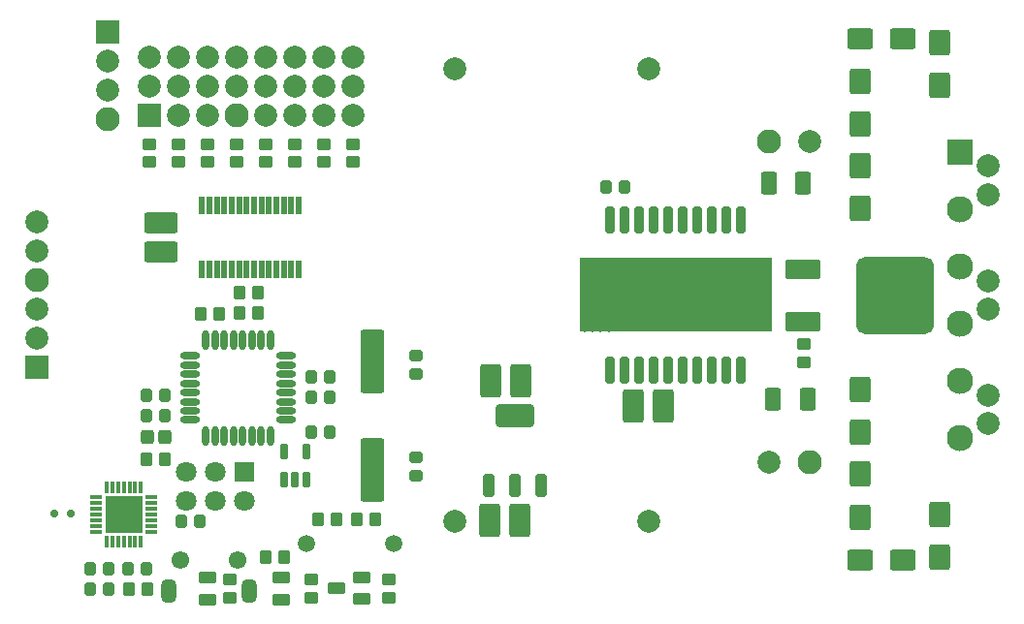
<source format=gbs>
G04 Layer_Color=16711935*
%FSLAX43Y43*%
%MOMM*%
G71*
G01*
G75*
%ADD27C,1.500*%
%ADD30C,0.800*%
%ADD75C,2.000*%
%ADD76C,0.100*%
%ADD77C,1.550*%
G04:AMPARAMS|DCode=78|XSize=2mm|YSize=1.3mm|CornerRadius=0.41mm|HoleSize=0mm|Usage=FLASHONLY|Rotation=270.000|XOffset=0mm|YOffset=0mm|HoleType=Round|Shape=RoundedRectangle|*
%AMROUNDEDRECTD78*
21,1,2.000,0.480,0,0,270.0*
21,1,1.180,1.300,0,0,270.0*
1,1,0.820,-0.240,-0.590*
1,1,0.820,-0.240,0.590*
1,1,0.820,0.240,0.590*
1,1,0.820,0.240,-0.590*
%
%ADD78ROUNDEDRECTD78*%
%ADD79R,2.000X2.000*%
%ADD80C,2.103*%
%ADD81C,2.300*%
%ADD82R,2.300X2.300*%
%ADD83R,2.000X2.000*%
%ADD84C,1.800*%
%ADD85R,1.800X1.800*%
G04:AMPARAMS|DCode=86|XSize=1.01mm|YSize=1.56mm|CornerRadius=0.164mm|HoleSize=0mm|Usage=FLASHONLY|Rotation=90.000|XOffset=0mm|YOffset=0mm|HoleType=Round|Shape=RoundedRectangle|*
%AMROUNDEDRECTD86*
21,1,1.010,1.232,0,0,90.0*
21,1,0.683,1.560,0,0,90.0*
1,1,0.328,0.616,0.341*
1,1,0.328,0.616,-0.341*
1,1,0.328,-0.616,-0.341*
1,1,0.328,-0.616,0.341*
%
%ADD86ROUNDEDRECTD86*%
G04:AMPARAMS|DCode=87|XSize=1.04mm|YSize=1.13mm|CornerRadius=0.168mm|HoleSize=0mm|Usage=FLASHONLY|Rotation=180.000|XOffset=0mm|YOffset=0mm|HoleType=Round|Shape=RoundedRectangle|*
%AMROUNDEDRECTD87*
21,1,1.040,0.795,0,0,180.0*
21,1,0.705,1.130,0,0,180.0*
1,1,0.335,-0.352,0.398*
1,1,0.335,0.352,0.398*
1,1,0.335,0.352,-0.398*
1,1,0.335,-0.352,-0.398*
%
%ADD87ROUNDEDRECTD87*%
G04:AMPARAMS|DCode=88|XSize=0.6mm|YSize=0.6mm|CornerRadius=0.113mm|HoleSize=0mm|Usage=FLASHONLY|Rotation=180.000|XOffset=0mm|YOffset=0mm|HoleType=Round|Shape=RoundedRectangle|*
%AMROUNDEDRECTD88*
21,1,0.600,0.375,0,0,180.0*
21,1,0.375,0.600,0,0,180.0*
1,1,0.225,-0.188,0.188*
1,1,0.225,0.188,0.188*
1,1,0.225,0.188,-0.188*
1,1,0.225,-0.188,-0.188*
%
%ADD88ROUNDEDRECTD88*%
G04:AMPARAMS|DCode=89|XSize=0.36mm|YSize=1.09mm|CornerRadius=0.083mm|HoleSize=0mm|Usage=FLASHONLY|Rotation=0.000|XOffset=0mm|YOffset=0mm|HoleType=Round|Shape=RoundedRectangle|*
%AMROUNDEDRECTD89*
21,1,0.360,0.925,0,0,0.0*
21,1,0.195,1.090,0,0,0.0*
1,1,0.165,0.098,-0.463*
1,1,0.165,-0.098,-0.463*
1,1,0.165,-0.098,0.463*
1,1,0.165,0.098,0.463*
%
%ADD89ROUNDEDRECTD89*%
G04:AMPARAMS|DCode=90|XSize=0.36mm|YSize=1.09mm|CornerRadius=0.083mm|HoleSize=0mm|Usage=FLASHONLY|Rotation=90.000|XOffset=0mm|YOffset=0mm|HoleType=Round|Shape=RoundedRectangle|*
%AMROUNDEDRECTD90*
21,1,0.360,0.925,0,0,90.0*
21,1,0.195,1.090,0,0,90.0*
1,1,0.165,0.463,0.098*
1,1,0.165,0.463,-0.098*
1,1,0.165,-0.463,-0.098*
1,1,0.165,-0.463,0.098*
%
%ADD90ROUNDEDRECTD90*%
%ADD91R,3.230X3.230*%
%ADD92O,0.650X1.750*%
%ADD93O,1.750X0.650*%
G04:AMPARAMS|DCode=94|XSize=1.02mm|YSize=1.18mm|CornerRadius=0.165mm|HoleSize=0mm|Usage=FLASHONLY|Rotation=180.000|XOffset=0mm|YOffset=0mm|HoleType=Round|Shape=RoundedRectangle|*
%AMROUNDEDRECTD94*
21,1,1.020,0.850,0,0,180.0*
21,1,0.690,1.180,0,0,180.0*
1,1,0.330,-0.345,0.425*
1,1,0.330,0.345,0.425*
1,1,0.330,0.345,-0.425*
1,1,0.330,-0.345,-0.425*
%
%ADD94ROUNDEDRECTD94*%
G04:AMPARAMS|DCode=95|XSize=1.02mm|YSize=1.18mm|CornerRadius=0.165mm|HoleSize=0mm|Usage=FLASHONLY|Rotation=270.000|XOffset=0mm|YOffset=0mm|HoleType=Round|Shape=RoundedRectangle|*
%AMROUNDEDRECTD95*
21,1,1.020,0.850,0,0,270.0*
21,1,0.690,1.180,0,0,270.0*
1,1,0.330,-0.425,-0.345*
1,1,0.330,-0.425,0.345*
1,1,0.330,0.425,0.345*
1,1,0.330,0.425,-0.345*
%
%ADD95ROUNDEDRECTD95*%
G04:AMPARAMS|DCode=96|XSize=1.04mm|YSize=1.13mm|CornerRadius=0.168mm|HoleSize=0mm|Usage=FLASHONLY|Rotation=90.000|XOffset=0mm|YOffset=0mm|HoleType=Round|Shape=RoundedRectangle|*
%AMROUNDEDRECTD96*
21,1,1.040,0.795,0,0,90.0*
21,1,0.705,1.130,0,0,90.0*
1,1,0.335,0.398,0.352*
1,1,0.335,0.398,-0.352*
1,1,0.335,-0.398,-0.352*
1,1,0.335,-0.398,0.352*
%
%ADD96ROUNDEDRECTD96*%
G04:AMPARAMS|DCode=97|XSize=0.71mm|YSize=1.36mm|CornerRadius=0.126mm|HoleSize=0mm|Usage=FLASHONLY|Rotation=0.000|XOffset=0mm|YOffset=0mm|HoleType=Round|Shape=RoundedRectangle|*
%AMROUNDEDRECTD97*
21,1,0.710,1.107,0,0,0.0*
21,1,0.458,1.360,0,0,0.0*
1,1,0.253,0.229,-0.554*
1,1,0.253,-0.229,-0.554*
1,1,0.253,-0.229,0.554*
1,1,0.253,0.229,0.554*
%
%ADD97ROUNDEDRECTD97*%
G04:AMPARAMS|DCode=98|XSize=1.07mm|YSize=1.95mm|CornerRadius=0.171mm|HoleSize=0mm|Usage=FLASHONLY|Rotation=180.000|XOffset=0mm|YOffset=0mm|HoleType=Round|Shape=RoundedRectangle|*
%AMROUNDEDRECTD98*
21,1,1.070,1.607,0,0,180.0*
21,1,0.728,1.950,0,0,180.0*
1,1,0.343,-0.364,0.804*
1,1,0.343,0.364,0.804*
1,1,0.343,0.364,-0.804*
1,1,0.343,-0.364,-0.804*
%
%ADD98ROUNDEDRECTD98*%
G04:AMPARAMS|DCode=99|XSize=3.37mm|YSize=1.95mm|CornerRadius=0.281mm|HoleSize=0mm|Usage=FLASHONLY|Rotation=180.000|XOffset=0mm|YOffset=0mm|HoleType=Round|Shape=RoundedRectangle|*
%AMROUNDEDRECTD99*
21,1,3.370,1.387,0,0,180.0*
21,1,2.808,1.950,0,0,180.0*
1,1,0.563,-1.404,0.694*
1,1,0.563,1.404,0.694*
1,1,0.563,1.404,-0.694*
1,1,0.563,-1.404,-0.694*
%
%ADD99ROUNDEDRECTD99*%
G04:AMPARAMS|DCode=100|XSize=1.86mm|YSize=2.92mm|CornerRadius=0.27mm|HoleSize=0mm|Usage=FLASHONLY|Rotation=180.000|XOffset=0mm|YOffset=0mm|HoleType=Round|Shape=RoundedRectangle|*
%AMROUNDEDRECTD100*
21,1,1.860,2.380,0,0,180.0*
21,1,1.320,2.920,0,0,180.0*
1,1,0.540,-0.660,1.190*
1,1,0.540,0.660,1.190*
1,1,0.540,0.660,-1.190*
1,1,0.540,-0.660,-1.190*
%
%ADD100ROUNDEDRECTD100*%
G04:AMPARAMS|DCode=101|XSize=1.15mm|YSize=1.17mm|CornerRadius=0.181mm|HoleSize=0mm|Usage=FLASHONLY|Rotation=180.000|XOffset=0mm|YOffset=0mm|HoleType=Round|Shape=RoundedRectangle|*
%AMROUNDEDRECTD101*
21,1,1.150,0.808,0,0,180.0*
21,1,0.787,1.170,0,0,180.0*
1,1,0.362,-0.394,0.404*
1,1,0.362,0.394,0.404*
1,1,0.362,0.394,-0.404*
1,1,0.362,-0.394,-0.404*
%
%ADD101ROUNDEDRECTD101*%
G04:AMPARAMS|DCode=102|XSize=1.38mm|YSize=1.97mm|CornerRadius=0.21mm|HoleSize=0mm|Usage=FLASHONLY|Rotation=180.000|XOffset=0mm|YOffset=0mm|HoleType=Round|Shape=RoundedRectangle|*
%AMROUNDEDRECTD102*
21,1,1.380,1.550,0,0,180.0*
21,1,0.960,1.970,0,0,180.0*
1,1,0.420,-0.480,0.775*
1,1,0.420,0.480,0.775*
1,1,0.420,0.480,-0.775*
1,1,0.420,-0.480,-0.775*
%
%ADD102ROUNDEDRECTD102*%
G04:AMPARAMS|DCode=103|XSize=1.84mm|YSize=2.27mm|CornerRadius=0.268mm|HoleSize=0mm|Usage=FLASHONLY|Rotation=180.000|XOffset=0mm|YOffset=0mm|HoleType=Round|Shape=RoundedRectangle|*
%AMROUNDEDRECTD103*
21,1,1.840,1.735,0,0,180.0*
21,1,1.305,2.270,0,0,180.0*
1,1,0.535,-0.652,0.868*
1,1,0.535,0.652,0.868*
1,1,0.535,0.652,-0.868*
1,1,0.535,-0.652,-0.868*
%
%ADD103ROUNDEDRECTD103*%
G04:AMPARAMS|DCode=104|XSize=1.84mm|YSize=2.27mm|CornerRadius=0.268mm|HoleSize=0mm|Usage=FLASHONLY|Rotation=270.000|XOffset=0mm|YOffset=0mm|HoleType=Round|Shape=RoundedRectangle|*
%AMROUNDEDRECTD104*
21,1,1.840,1.735,0,0,270.0*
21,1,1.305,2.270,0,0,270.0*
1,1,0.535,-0.868,-0.652*
1,1,0.535,-0.868,0.652*
1,1,0.535,0.868,0.652*
1,1,0.535,0.868,-0.652*
%
%ADD104ROUNDEDRECTD104*%
G04:AMPARAMS|DCode=105|XSize=1.86mm|YSize=2.92mm|CornerRadius=0.27mm|HoleSize=0mm|Usage=FLASHONLY|Rotation=270.000|XOffset=0mm|YOffset=0mm|HoleType=Round|Shape=RoundedRectangle|*
%AMROUNDEDRECTD105*
21,1,1.860,2.380,0,0,270.0*
21,1,1.320,2.920,0,0,270.0*
1,1,0.540,-1.190,-0.660*
1,1,0.540,-1.190,0.660*
1,1,0.540,1.190,0.660*
1,1,0.540,1.190,-0.660*
%
%ADD105ROUNDEDRECTD105*%
G04:AMPARAMS|DCode=106|XSize=1.57mm|YSize=0.51mm|CornerRadius=0.101mm|HoleSize=0mm|Usage=FLASHONLY|Rotation=270.000|XOffset=0mm|YOffset=0mm|HoleType=Round|Shape=RoundedRectangle|*
%AMROUNDEDRECTD106*
21,1,1.570,0.308,0,0,270.0*
21,1,1.367,0.510,0,0,270.0*
1,1,0.203,-0.154,-0.684*
1,1,0.203,-0.154,0.684*
1,1,0.203,0.154,0.684*
1,1,0.203,0.154,-0.684*
%
%ADD106ROUNDEDRECTD106*%
%ADD107R,16.750X6.450*%
G04:AMPARAMS|DCode=108|XSize=0.81mm|YSize=2.29mm|CornerRadius=0.139mm|HoleSize=0mm|Usage=FLASHONLY|Rotation=0.000|XOffset=0mm|YOffset=0mm|HoleType=Round|Shape=RoundedRectangle|*
%AMROUNDEDRECTD108*
21,1,0.810,2.013,0,0,0.0*
21,1,0.532,2.290,0,0,0.0*
1,1,0.278,0.266,-1.006*
1,1,0.278,-0.266,-1.006*
1,1,0.278,-0.266,1.006*
1,1,0.278,0.266,1.006*
%
%ADD108ROUNDEDRECTD108*%
G04:AMPARAMS|DCode=109|XSize=5.6mm|YSize=2.1mm|CornerRadius=0.3mm|HoleSize=0mm|Usage=FLASHONLY|Rotation=90.000|XOffset=0mm|YOffset=0mm|HoleType=Round|Shape=RoundedRectangle|*
%AMROUNDEDRECTD109*
21,1,5.600,1.500,0,0,90.0*
21,1,5.000,2.100,0,0,90.0*
1,1,0.600,0.750,2.500*
1,1,0.600,0.750,-2.500*
1,1,0.600,-0.750,-2.500*
1,1,0.600,-0.750,2.500*
%
%ADD109ROUNDEDRECTD109*%
G04:AMPARAMS|DCode=110|XSize=6.8mm|YSize=6.8mm|CornerRadius=0.887mm|HoleSize=0mm|Usage=FLASHONLY|Rotation=90.000|XOffset=0mm|YOffset=0mm|HoleType=Round|Shape=RoundedRectangle|*
%AMROUNDEDRECTD110*
21,1,6.800,5.025,0,0,90.0*
21,1,5.025,6.800,0,0,90.0*
1,1,1.775,2.513,2.513*
1,1,1.775,2.513,-2.513*
1,1,1.775,-2.513,-2.513*
1,1,1.775,-2.513,2.513*
%
%ADD110ROUNDEDRECTD110*%
G04:AMPARAMS|DCode=111|XSize=1.7mm|YSize=3.1mm|CornerRadius=0.25mm|HoleSize=0mm|Usage=FLASHONLY|Rotation=90.000|XOffset=0mm|YOffset=0mm|HoleType=Round|Shape=RoundedRectangle|*
%AMROUNDEDRECTD111*
21,1,1.700,2.600,0,0,90.0*
21,1,1.200,3.100,0,0,90.0*
1,1,0.500,1.300,0.600*
1,1,0.500,1.300,-0.600*
1,1,0.500,-1.300,-0.600*
1,1,0.500,-1.300,0.600*
%
%ADD111ROUNDEDRECTD111*%
G04:AMPARAMS|DCode=112|XSize=1.1mm|YSize=1.5mm|CornerRadius=0.175mm|HoleSize=0mm|Usage=FLASHONLY|Rotation=90.000|XOffset=0mm|YOffset=0mm|HoleType=Round|Shape=RoundedRectangle|*
%AMROUNDEDRECTD112*
21,1,1.100,1.150,0,0,90.0*
21,1,0.750,1.500,0,0,90.0*
1,1,0.350,0.575,0.375*
1,1,0.350,0.575,-0.375*
1,1,0.350,-0.575,-0.375*
1,1,0.350,-0.575,0.375*
%
%ADD112ROUNDEDRECTD112*%
D27*
X26500Y6300D02*
D03*
X34100D02*
D03*
D30*
X52867Y28664D02*
D03*
Y27964D02*
D03*
Y27264D02*
D03*
Y26564D02*
D03*
Y25864D02*
D03*
Y25164D02*
D03*
Y29364D02*
D03*
Y30064D02*
D03*
Y30764D02*
D03*
X51467Y30764D02*
D03*
X50767Y30764D02*
D03*
X52167Y30764D02*
D03*
X51467Y30064D02*
D03*
X50767Y30064D02*
D03*
X52167Y30064D02*
D03*
X51467Y29364D02*
D03*
X50767Y29364D02*
D03*
X52167Y29364D02*
D03*
X51467Y25164D02*
D03*
X50767Y25164D02*
D03*
X51467Y25864D02*
D03*
X50767Y25864D02*
D03*
X52167Y25864D02*
D03*
Y25164D02*
D03*
Y26564D02*
D03*
X50767Y26564D02*
D03*
X51467Y26564D02*
D03*
X52167Y27264D02*
D03*
X50767Y27264D02*
D03*
X51467Y27264D02*
D03*
X52167Y27964D02*
D03*
X50767Y27964D02*
D03*
X51467Y27964D02*
D03*
X52167Y28664D02*
D03*
X50767Y28664D02*
D03*
X51467Y28664D02*
D03*
D75*
X85976Y39286D02*
D03*
Y36786D02*
D03*
Y16786D02*
D03*
Y19286D02*
D03*
Y29286D02*
D03*
Y26786D02*
D03*
X22910Y43750D02*
D03*
X25450D02*
D03*
X30530D02*
D03*
X27990D02*
D03*
Y46290D02*
D03*
X30530D02*
D03*
X25450D02*
D03*
X22910D02*
D03*
Y48830D02*
D03*
X25450D02*
D03*
X30530D02*
D03*
X27990D02*
D03*
X20370D02*
D03*
X17830D02*
D03*
X15290D02*
D03*
X12750D02*
D03*
Y46290D02*
D03*
X15290D02*
D03*
X17830D02*
D03*
X20370D02*
D03*
X17830Y43750D02*
D03*
X15290D02*
D03*
X9150Y48430D02*
D03*
X9150Y45890D02*
D03*
X2900Y31851D02*
D03*
Y24231D02*
D03*
Y26771D02*
D03*
Y34391D02*
D03*
X39400Y8286D02*
D03*
X56400D02*
D03*
X39400Y47786D02*
D03*
X56400D02*
D03*
X66900Y13400D02*
D03*
X70400Y41400D02*
D03*
D76*
X86500Y3500D02*
D03*
X86500Y52500D02*
D03*
X3500D02*
D03*
Y3500D02*
D03*
D77*
X20448Y4850D02*
D03*
X15448Y4850D02*
D03*
D78*
X21448Y2150D02*
D03*
X14448D02*
D03*
D79*
X12750Y43750D02*
D03*
D80*
X20370D02*
D03*
X9150Y43350D02*
D03*
X2900Y29311D02*
D03*
X70400Y13400D02*
D03*
X66900Y41400D02*
D03*
D81*
X83576Y15536D02*
D03*
Y25536D02*
D03*
X83576Y35536D02*
D03*
X83576Y30536D02*
D03*
X83576Y20536D02*
D03*
D82*
X83576Y40536D02*
D03*
D83*
X9150Y50970D02*
D03*
X2900Y21691D02*
D03*
D84*
X21040Y10035D02*
D03*
X18500Y10035D02*
D03*
X15960Y10035D02*
D03*
X15960Y12575D02*
D03*
X18500D02*
D03*
D85*
X21040D02*
D03*
D86*
X17800Y1425D02*
D03*
Y3375D02*
D03*
X24300Y1425D02*
D03*
Y3375D02*
D03*
D87*
X15575Y8225D02*
D03*
X17175Y8225D02*
D03*
X7625Y4100D02*
D03*
X9225Y4100D02*
D03*
X14132Y17503D02*
D03*
X12532D02*
D03*
X14132Y19275D02*
D03*
X12532Y19275D02*
D03*
X7625Y2325D02*
D03*
X9225Y2325D02*
D03*
X26900Y16000D02*
D03*
X28500Y16000D02*
D03*
X10925Y4100D02*
D03*
X12525Y4100D02*
D03*
X54250Y37500D02*
D03*
X52650D02*
D03*
X26900Y19100D02*
D03*
X28500Y19100D02*
D03*
X26900Y20900D02*
D03*
X28500Y20900D02*
D03*
D88*
X5900Y8900D02*
D03*
X4500Y8900D02*
D03*
D89*
X12025Y6450D02*
D03*
X11525D02*
D03*
X11025D02*
D03*
X10525D02*
D03*
X10025D02*
D03*
X9525D02*
D03*
X9025D02*
D03*
Y11250D02*
D03*
X9525D02*
D03*
X10025D02*
D03*
X10525D02*
D03*
X11025D02*
D03*
X11525D02*
D03*
X12025D02*
D03*
D90*
X8125Y7350D02*
D03*
Y7850D02*
D03*
Y8350D02*
D03*
Y8850D02*
D03*
Y9350D02*
D03*
Y9850D02*
D03*
Y10350D02*
D03*
X12925Y10350D02*
D03*
Y9850D02*
D03*
Y9350D02*
D03*
Y8850D02*
D03*
Y8350D02*
D03*
Y7850D02*
D03*
Y7350D02*
D03*
D91*
X10525Y8850D02*
D03*
D92*
X23300Y24100D02*
D03*
X22500Y24100D02*
D03*
X21700Y24100D02*
D03*
X20900Y24100D02*
D03*
X20100D02*
D03*
X19300Y24100D02*
D03*
X18500Y24100D02*
D03*
X17700Y24100D02*
D03*
X17700Y15700D02*
D03*
X18500Y15700D02*
D03*
X19300Y15700D02*
D03*
X20100Y15700D02*
D03*
X20900Y15700D02*
D03*
X21700Y15700D02*
D03*
X22500Y15700D02*
D03*
X23300Y15700D02*
D03*
D93*
X16300Y22700D02*
D03*
X16300Y21900D02*
D03*
X16300Y21100D02*
D03*
X16300Y20300D02*
D03*
X16300Y19500D02*
D03*
X16300Y18700D02*
D03*
X16300Y17900D02*
D03*
Y17100D02*
D03*
X24700Y17100D02*
D03*
X24700Y17900D02*
D03*
X24700Y18700D02*
D03*
Y19500D02*
D03*
X24700Y20300D02*
D03*
X24700Y21100D02*
D03*
Y21900D02*
D03*
X24700Y22700D02*
D03*
D94*
X22900Y5151D02*
D03*
X24500Y5151D02*
D03*
X12507Y13650D02*
D03*
X14107Y13650D02*
D03*
X20600Y28250D02*
D03*
X22200D02*
D03*
X17250Y26400D02*
D03*
X18850D02*
D03*
X22200Y26425D02*
D03*
X20600Y26425D02*
D03*
X10950Y2300D02*
D03*
X12550Y2300D02*
D03*
X29100Y8400D02*
D03*
X27500Y8400D02*
D03*
X32500Y8400D02*
D03*
X30900Y8400D02*
D03*
D95*
X30530Y39625D02*
D03*
Y41225D02*
D03*
X27990Y39625D02*
D03*
Y41225D02*
D03*
X25450Y39625D02*
D03*
Y41225D02*
D03*
X22910Y39625D02*
D03*
Y41225D02*
D03*
X20370Y39625D02*
D03*
Y41225D02*
D03*
X17830Y39625D02*
D03*
Y41225D02*
D03*
X33700Y3200D02*
D03*
X33700Y1600D02*
D03*
X26900Y3200D02*
D03*
X26900Y1600D02*
D03*
X15290Y39625D02*
D03*
Y41225D02*
D03*
X12750Y39625D02*
D03*
Y41225D02*
D03*
X69950Y23739D02*
D03*
X69950Y22139D02*
D03*
X19801Y3150D02*
D03*
X19801Y1550D02*
D03*
D96*
X36000Y13850D02*
D03*
Y12250D02*
D03*
X36000Y21150D02*
D03*
X36000Y22750D02*
D03*
D97*
X26450Y14375D02*
D03*
X24550Y14375D02*
D03*
X24550Y11925D02*
D03*
X25500Y11925D02*
D03*
X26450D02*
D03*
D98*
X47006Y11376D02*
D03*
X44695Y11376D02*
D03*
X42384Y11376D02*
D03*
D99*
X44695Y17474D02*
D03*
D100*
X45145Y20500D02*
D03*
X42555D02*
D03*
X42505Y8300D02*
D03*
X45095D02*
D03*
X55005Y18300D02*
D03*
X57595D02*
D03*
D101*
X14087Y15603D02*
D03*
X12567Y15603D02*
D03*
D102*
X69828Y37776D02*
D03*
X66828D02*
D03*
X70228Y18876D02*
D03*
X67228D02*
D03*
D103*
X74800Y35570D02*
D03*
Y39330D02*
D03*
X81750Y46320D02*
D03*
Y50080D02*
D03*
X74800Y42920D02*
D03*
Y46680D02*
D03*
X81750Y8880D02*
D03*
Y5120D02*
D03*
X74800Y19780D02*
D03*
Y16020D02*
D03*
Y12380D02*
D03*
Y8620D02*
D03*
D104*
X78580Y50400D02*
D03*
X74820D02*
D03*
X78580Y4900D02*
D03*
X74820D02*
D03*
D105*
X13750Y34360D02*
D03*
Y31770D02*
D03*
D106*
X25150Y30230D02*
D03*
X25800D02*
D03*
Y35850D02*
D03*
X23850Y30230D02*
D03*
X23200D02*
D03*
X22550D02*
D03*
X21900D02*
D03*
X24500D02*
D03*
X25150Y35850D02*
D03*
X24500D02*
D03*
X21900D02*
D03*
X22550D02*
D03*
X23200D02*
D03*
X23850D02*
D03*
X19950Y30230D02*
D03*
X19300D02*
D03*
X19950Y35850D02*
D03*
X19300D02*
D03*
X18650Y30230D02*
D03*
X18000D02*
D03*
X17350D02*
D03*
X20600D02*
D03*
X18650Y35850D02*
D03*
X18000D02*
D03*
X17350D02*
D03*
X20600D02*
D03*
X21250D02*
D03*
X21250Y30230D02*
D03*
D107*
X58700Y28036D02*
D03*
D108*
X64415Y21486D02*
D03*
X63145D02*
D03*
X61875D02*
D03*
X60605D02*
D03*
X59335D02*
D03*
X58065D02*
D03*
X56795D02*
D03*
X55525D02*
D03*
X54255D02*
D03*
X52985D02*
D03*
X64415Y34586D02*
D03*
X63145D02*
D03*
X61875D02*
D03*
X60605D02*
D03*
X59335D02*
D03*
X58065D02*
D03*
X56795D02*
D03*
X55525D02*
D03*
X54255D02*
D03*
X52985D02*
D03*
D109*
X32200Y12750D02*
D03*
Y22250D02*
D03*
D110*
X77852Y28000D02*
D03*
D111*
X69850Y30300D02*
D03*
Y25700D02*
D03*
D112*
X31300Y3350D02*
D03*
Y1450D02*
D03*
X29100Y2400D02*
D03*
M02*

</source>
